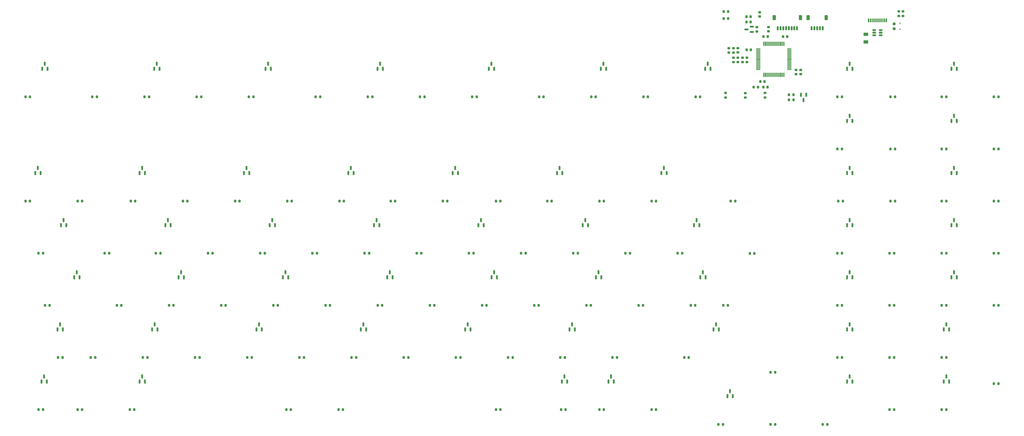
<source format=gbp>
G04 #@! TF.GenerationSoftware,KiCad,Pcbnew,(6.0.0)*
G04 #@! TF.CreationDate,2022-01-12T23:24:30+01:00*
G04 #@! TF.ProjectId,E80-1800-pcb-universal,4538302d-3138-4303-902d-7063622d756e,rev?*
G04 #@! TF.SameCoordinates,Original*
G04 #@! TF.FileFunction,Paste,Bot*
G04 #@! TF.FilePolarity,Positive*
%FSLAX46Y46*%
G04 Gerber Fmt 4.6, Leading zero omitted, Abs format (unit mm)*
G04 Created by KiCad (PCBNEW (6.0.0)) date 2022-01-12 23:24:30*
%MOMM*%
%LPD*%
G01*
G04 APERTURE LIST*
G04 Aperture macros list*
%AMRoundRect*
0 Rectangle with rounded corners*
0 $1 Rounding radius*
0 $2 $3 $4 $5 $6 $7 $8 $9 X,Y pos of 4 corners*
0 Add a 4 corners polygon primitive as box body*
4,1,4,$2,$3,$4,$5,$6,$7,$8,$9,$2,$3,0*
0 Add four circle primitives for the rounded corners*
1,1,$1+$1,$2,$3*
1,1,$1+$1,$4,$5*
1,1,$1+$1,$6,$7*
1,1,$1+$1,$8,$9*
0 Add four rect primitives between the rounded corners*
20,1,$1+$1,$2,$3,$4,$5,0*
20,1,$1+$1,$4,$5,$6,$7,0*
20,1,$1+$1,$6,$7,$8,$9,0*
20,1,$1+$1,$8,$9,$2,$3,0*%
G04 Aperture macros list end*
%ADD10RoundRect,0.150000X0.500000X0.150000X-0.500000X0.150000X-0.500000X-0.150000X0.500000X-0.150000X0*%
%ADD11RoundRect,0.200000X0.200000X0.275000X-0.200000X0.275000X-0.200000X-0.275000X0.200000X-0.275000X0*%
%ADD12RoundRect,0.200000X-0.275000X0.200000X-0.275000X-0.200000X0.275000X-0.200000X0.275000X0.200000X0*%
%ADD13RoundRect,0.200000X0.275000X-0.200000X0.275000X0.200000X-0.275000X0.200000X-0.275000X-0.200000X0*%
%ADD14RoundRect,0.200000X-0.200000X-0.275000X0.200000X-0.275000X0.200000X0.275000X-0.200000X0.275000X0*%
%ADD15RoundRect,0.225000X-0.250000X0.225000X-0.250000X-0.225000X0.250000X-0.225000X0.250000X0.225000X0*%
%ADD16RoundRect,0.225000X0.225000X0.250000X-0.225000X0.250000X-0.225000X-0.250000X0.225000X-0.250000X0*%
%ADD17RoundRect,0.225000X0.250000X-0.225000X0.250000X0.225000X-0.250000X0.225000X-0.250000X-0.225000X0*%
%ADD18RoundRect,0.225000X-0.225000X-0.250000X0.225000X-0.250000X0.225000X0.250000X-0.225000X0.250000X0*%
%ADD19RoundRect,0.150000X-0.150000X0.587500X-0.150000X-0.587500X0.150000X-0.587500X0.150000X0.587500X0*%
%ADD20RoundRect,0.150000X0.150000X-0.587500X0.150000X0.587500X-0.150000X0.587500X-0.150000X-0.587500X0*%
%ADD21RoundRect,0.075000X-0.700000X-0.075000X0.700000X-0.075000X0.700000X0.075000X-0.700000X0.075000X0*%
%ADD22RoundRect,0.075000X-0.075000X-0.700000X0.075000X-0.700000X0.075000X0.700000X-0.075000X0.700000X0*%
%ADD23R,0.300000X1.450000*%
%ADD24R,0.600000X1.450000*%
%ADD25RoundRect,0.237500X0.237500X-0.287500X0.237500X0.287500X-0.237500X0.287500X-0.237500X-0.287500X0*%
%ADD26RoundRect,0.150000X0.587500X0.150000X-0.587500X0.150000X-0.587500X-0.150000X0.587500X-0.150000X0*%
%ADD27RoundRect,0.250000X0.625000X-0.375000X0.625000X0.375000X-0.625000X0.375000X-0.625000X-0.375000X0*%
%ADD28RoundRect,0.150000X-0.150000X-0.625000X0.150000X-0.625000X0.150000X0.625000X-0.150000X0.625000X0*%
%ADD29RoundRect,0.250000X-0.350000X-0.650000X0.350000X-0.650000X0.350000X0.650000X-0.350000X0.650000X0*%
%ADD30R,0.450000X0.600000*%
G04 APERTURE END LIST*
D10*
X315055890Y19367000D03*
X315055890Y18417000D03*
X315055890Y17467000D03*
X317355890Y17467000D03*
X317355890Y18417000D03*
X317355890Y19367000D03*
D11*
X102028550Y-119380320D03*
X100378550Y-119380320D03*
X121078630Y-119380320D03*
X119428630Y-119380320D03*
X341344200Y-119380480D03*
X339694200Y-119380480D03*
X322294120Y-119380480D03*
X320644120Y-119380480D03*
X297886335Y-124737913D03*
X296236335Y-124737913D03*
X278836255Y-124737913D03*
X277186255Y-124737913D03*
X259786175Y-124737913D03*
X258136175Y-124737913D03*
X235379110Y-119380320D03*
X233729110Y-119380320D03*
X216329030Y-119380320D03*
X214679030Y-119380320D03*
X202357100Y-119380320D03*
X200707100Y-119380320D03*
X178544500Y-119380320D03*
X176894500Y-119380320D03*
X44878310Y-119380320D03*
X43228310Y-119380320D03*
X25828230Y-119380320D03*
X24178230Y-119380320D03*
X11540670Y-119380320D03*
X9890670Y-119380320D03*
X360394280Y-109855440D03*
X358744280Y-109855440D03*
X341344200Y-100330400D03*
X339694200Y-100330400D03*
X322294120Y-100330400D03*
X320644120Y-100330400D03*
X303244040Y-100330400D03*
X301594040Y-100330400D03*
X278836255Y-105687833D03*
X277186255Y-105687833D03*
X247285410Y-100330240D03*
X245635410Y-100330240D03*
X221091550Y-100330240D03*
X219441550Y-100330240D03*
X202041470Y-100330240D03*
X200391470Y-100330240D03*
X182991390Y-100330240D03*
X181341390Y-100330240D03*
X163941310Y-100330240D03*
X162291310Y-100330240D03*
X144891230Y-100330240D03*
X143241230Y-100330240D03*
X125841150Y-100330240D03*
X124191150Y-100330240D03*
X106791070Y-100330240D03*
X105141070Y-100330240D03*
X87740990Y-100330240D03*
X86090990Y-100330240D03*
X68690910Y-100330240D03*
X67040910Y-100330240D03*
X49640830Y-100330240D03*
X47990830Y-100330240D03*
X30590750Y-100330240D03*
X28940750Y-100330240D03*
X18684450Y-100330240D03*
X17034450Y-100330240D03*
X360394280Y-81280320D03*
X358744280Y-81280320D03*
X341344200Y-81280320D03*
X339694200Y-81280320D03*
X322294120Y-81280320D03*
X320644120Y-81280320D03*
X303244040Y-81280320D03*
X301594040Y-81280320D03*
X261572970Y-81280160D03*
X259922970Y-81280160D03*
X249666670Y-81280160D03*
X248016670Y-81280160D03*
X230616590Y-81280160D03*
X228966590Y-81280160D03*
X211566510Y-81280160D03*
X209916510Y-81280160D03*
X192516430Y-81280160D03*
X190866430Y-81280160D03*
X173466350Y-81280160D03*
X171816350Y-81280160D03*
X154416270Y-81280160D03*
X152766270Y-81280160D03*
X135366190Y-81280160D03*
X133716190Y-81280160D03*
X116316110Y-81280160D03*
X114666110Y-81280160D03*
X97266030Y-81280160D03*
X95616030Y-81280160D03*
X78215950Y-81280160D03*
X76565950Y-81280160D03*
X59165870Y-81280160D03*
X57515870Y-81280160D03*
X40115790Y-81280160D03*
X38465790Y-81280160D03*
X13921930Y-81280160D03*
X12271930Y-81280160D03*
X360394280Y-62230240D03*
X358744280Y-62230240D03*
X341344200Y-62230240D03*
X339694200Y-62230240D03*
X322294120Y-62230240D03*
X320644120Y-62230240D03*
X303244040Y-62230240D03*
X301594040Y-62230240D03*
X271246025Y-62253913D03*
X269596025Y-62253913D03*
X244904150Y-62230080D03*
X243254150Y-62230080D03*
X225854070Y-62230080D03*
X224204070Y-62230080D03*
X206803990Y-62230080D03*
X205153990Y-62230080D03*
X187753910Y-62230080D03*
X186103910Y-62230080D03*
X168703830Y-62230080D03*
X167053830Y-62230080D03*
X149653750Y-62230080D03*
X148003750Y-62230080D03*
X130603670Y-62230080D03*
X128953670Y-62230080D03*
X111553590Y-62230080D03*
X109903590Y-62230080D03*
X92503510Y-62230080D03*
X90853510Y-62230080D03*
X73453430Y-62230080D03*
X71803430Y-62230080D03*
X54403350Y-62230080D03*
X52753350Y-62230080D03*
X35668900Y-62230080D03*
X34018900Y-62230080D03*
X11540670Y-62230080D03*
X9890670Y-62230080D03*
X360394280Y-43180000D03*
X358744280Y-43180000D03*
X341344015Y-43180000D03*
X339694015Y-43180000D03*
X322609640Y-43180000D03*
X320959640Y-43180000D03*
X303559640Y-43180000D03*
X301909640Y-43180000D03*
X264268750Y-43180000D03*
X262618750Y-43180000D03*
X235378125Y-43180000D03*
X233728125Y-43180000D03*
X216328125Y-43180000D03*
X214678125Y-43180000D03*
X197278125Y-43180000D03*
X195628125Y-43180000D03*
X178543750Y-43180000D03*
X176893750Y-43180000D03*
X159178125Y-43180000D03*
X157528125Y-43180000D03*
X140128125Y-43180000D03*
X138478125Y-43180000D03*
X121393750Y-43180000D03*
X119743750Y-43180000D03*
X102343750Y-43180000D03*
X100693750Y-43180000D03*
X83293750Y-43180000D03*
X81643750Y-43180000D03*
X64243750Y-43180000D03*
X62593750Y-43180000D03*
X45193750Y-43180000D03*
X43543750Y-43180000D03*
X25828125Y-43180000D03*
X24178125Y-43180000D03*
X6778125Y-43180000D03*
X5128125Y-43180000D03*
X360394280Y-24129920D03*
X358744280Y-24129920D03*
X341344015Y-24130000D03*
X339694015Y-24130000D03*
X322609640Y-24130000D03*
X320959640Y-24130000D03*
X303244015Y-24130000D03*
X301594015Y-24130000D03*
X360394280Y-5079840D03*
X358744280Y-5079840D03*
X341344015Y-5080000D03*
X339694015Y-5080000D03*
X322609640Y-5080000D03*
X320959640Y-5080000D03*
X303244015Y-5080000D03*
X301594015Y-5080000D03*
X251451720Y-5080000D03*
X249801720Y-5080000D03*
X232401720Y-5080000D03*
X230751720Y-5080000D03*
X213351720Y-5080000D03*
X211701720Y-5080000D03*
X194301720Y-5080000D03*
X192651720Y-5080000D03*
X169893839Y-5080000D03*
X168243839Y-5080000D03*
X150843839Y-5080000D03*
X149193839Y-5080000D03*
X131793839Y-5080000D03*
X130143839Y-5080000D03*
X112743839Y-5080000D03*
X111093839Y-5080000D03*
X88335958Y-5080000D03*
X86685958Y-5080000D03*
X69285958Y-5080000D03*
X67635958Y-5080000D03*
X50235958Y-5080000D03*
X48585958Y-5080000D03*
X31185958Y-5080000D03*
X29535958Y-5080000D03*
X6778125Y-5080000D03*
X5128125Y-5080000D03*
D12*
X263596492Y12763000D03*
X263596492Y11113000D03*
D13*
X261945492Y11113000D03*
X261945492Y12763000D03*
X265247492Y7620500D03*
X265247492Y9270500D03*
D12*
X263596492Y9270500D03*
X263596492Y7620500D03*
D14*
X270990750Y-1536500D03*
X272640750Y-1536500D03*
D13*
X275159490Y-5295400D03*
X275159490Y-3645400D03*
X267945890Y-5319500D03*
X267945890Y-3669500D03*
X260732290Y-5295400D03*
X260732290Y-3645400D03*
X325555890Y26180000D03*
X325555890Y24530000D03*
X323955890Y24530000D03*
X323955890Y26180000D03*
D14*
X283884890Y-6159500D03*
X285534890Y-6159500D03*
X283884890Y-4265000D03*
X285534890Y-4265000D03*
D11*
X261710992Y26098500D03*
X260060992Y26098500D03*
X261710992Y23558500D03*
X260060992Y23558500D03*
D15*
X265247492Y12713000D03*
X265247492Y11163000D03*
X266898492Y9220500D03*
X266898492Y7670500D03*
D16*
X276090750Y-1536500D03*
X274540750Y-1536500D03*
D17*
X268549492Y7670500D03*
X268549492Y9220500D03*
D16*
X276125750Y16971500D03*
X274575750Y16971500D03*
X283262390Y16971500D03*
X281712390Y16971500D03*
D18*
X273439250Y571500D03*
X274989250Y571500D03*
D17*
X276407890Y20421140D03*
X276407890Y18871140D03*
D16*
X270015000Y12129008D03*
X268465000Y12129008D03*
D17*
X286448500Y3243008D03*
X286448500Y4793008D03*
X288168000Y3243008D03*
X288168000Y4793008D03*
X272200390Y18846500D03*
X272200390Y20396500D03*
D18*
X268355390Y22298500D03*
X269905390Y22298500D03*
D15*
X273152890Y25848500D03*
X273152890Y24298500D03*
D18*
X269903890Y24198500D03*
X268353890Y24198500D03*
D19*
X288282750Y-4327500D03*
X290182750Y-4327500D03*
X289232750Y-6202500D03*
D20*
X342326000Y-109141500D03*
X340426000Y-109141500D03*
X341376000Y-107266500D03*
X307020000Y-109141500D03*
X305120000Y-109141500D03*
X306070000Y-107266500D03*
X263332000Y-114475500D03*
X261432000Y-114475500D03*
X262382000Y-112600500D03*
X219898000Y-109141500D03*
X217998000Y-109141500D03*
X218948000Y-107266500D03*
X202880000Y-109141500D03*
X200980000Y-109141500D03*
X201930000Y-107266500D03*
X48702000Y-109141500D03*
X46802000Y-109141500D03*
X47752000Y-107266500D03*
X12888000Y-109141500D03*
X10988000Y-109141500D03*
X11938000Y-107266500D03*
X342326000Y-90091500D03*
X340426000Y-90091500D03*
X341376000Y-88216500D03*
X307020000Y-90091500D03*
X305120000Y-90091500D03*
X306070000Y-88216500D03*
X258252000Y-90091500D03*
X256352000Y-90091500D03*
X257302000Y-88216500D03*
X205674000Y-90091500D03*
X203774000Y-90091500D03*
X204724000Y-88216500D03*
X167574000Y-90091500D03*
X165674000Y-90091500D03*
X166624000Y-88216500D03*
X129474000Y-90091500D03*
X127574000Y-90091500D03*
X128524000Y-88216500D03*
X91374000Y-90091500D03*
X89474000Y-90091500D03*
X90424000Y-88216500D03*
X53274000Y-90091500D03*
X51374000Y-90091500D03*
X52324000Y-88216500D03*
X18730000Y-90091500D03*
X16830000Y-90091500D03*
X17780000Y-88216500D03*
X345120000Y-71041500D03*
X343220000Y-71041500D03*
X344170000Y-69166500D03*
X307020000Y-71041500D03*
X305120000Y-71041500D03*
X306070000Y-69166500D03*
X253426000Y-71041500D03*
X251526000Y-71041500D03*
X252476000Y-69166500D03*
X215326000Y-71041500D03*
X213426000Y-71041500D03*
X214376000Y-69166500D03*
X177226000Y-71041500D03*
X175326000Y-71041500D03*
X176276000Y-69166500D03*
X139126000Y-71041500D03*
X137226000Y-71041500D03*
X138176000Y-69166500D03*
X101026000Y-71041500D03*
X99126000Y-71041500D03*
X100076000Y-69166500D03*
X62926000Y-71041500D03*
X61026000Y-71041500D03*
X61976000Y-69166500D03*
X24826000Y-71041500D03*
X22926000Y-71041500D03*
X23876000Y-69166500D03*
X345120000Y-51991500D03*
X343220000Y-51991500D03*
X344170000Y-50116500D03*
X307020000Y-51991500D03*
X305120000Y-51991500D03*
X306070000Y-50116500D03*
X251140000Y-51991500D03*
X249240000Y-51991500D03*
X250190000Y-50116500D03*
X210500000Y-51991500D03*
X208600000Y-51991500D03*
X209550000Y-50116500D03*
X172400000Y-51991500D03*
X170500000Y-51991500D03*
X171450000Y-50116500D03*
X134300000Y-51991500D03*
X132400000Y-51991500D03*
X133350000Y-50116500D03*
X96200000Y-51991500D03*
X94300000Y-51991500D03*
X95250000Y-50116500D03*
X58100000Y-51991500D03*
X56200000Y-51991500D03*
X57150000Y-50116500D03*
X20000000Y-51991500D03*
X18100000Y-51991500D03*
X19050000Y-50116500D03*
X345120000Y-32941500D03*
X343220000Y-32941500D03*
X344170000Y-31066500D03*
X307020000Y-32941500D03*
X305120000Y-32941500D03*
X306070000Y-31066500D03*
X239202000Y-32941500D03*
X237302000Y-32941500D03*
X238252000Y-31066500D03*
X201102000Y-32941500D03*
X199202000Y-32941500D03*
X200152000Y-31066500D03*
X163002000Y-32941500D03*
X161102000Y-32941500D03*
X162052000Y-31066500D03*
X124902000Y-32941500D03*
X123002000Y-32941500D03*
X123952000Y-31066500D03*
X86802000Y-32941500D03*
X84902000Y-32941500D03*
X85852000Y-31066500D03*
X48702000Y-32941500D03*
X46802000Y-32941500D03*
X47752000Y-31066500D03*
X10602000Y-32941500D03*
X8702000Y-32941500D03*
X9652000Y-31066500D03*
X345120000Y-13891500D03*
X343220000Y-13891500D03*
X344170000Y-12016500D03*
X307020000Y-13891500D03*
X305120000Y-13891500D03*
X306070000Y-12016500D03*
X345120000Y5158500D03*
X343220000Y5158500D03*
X344170000Y7033500D03*
X307020000Y5158500D03*
X305120000Y5158500D03*
X306070000Y7033500D03*
X255204000Y5158500D03*
X253304000Y5158500D03*
X254254000Y7033500D03*
X217104000Y5158500D03*
X215204000Y5158500D03*
X216154000Y7033500D03*
X176210000Y5158500D03*
X174310000Y5158500D03*
X175260000Y7033500D03*
X135570000Y5158500D03*
X133670000Y5158500D03*
X134620000Y7033500D03*
X94676000Y5158500D03*
X92776000Y5158500D03*
X93726000Y7033500D03*
X54036000Y5158500D03*
X52136000Y5158500D03*
X53086000Y7033500D03*
X13142000Y5158500D03*
X11242000Y5158500D03*
X12192000Y7033500D03*
D21*
X272677250Y4949500D03*
X272677250Y5449500D03*
X272677250Y5949500D03*
X272677250Y6449500D03*
X272677250Y6949500D03*
X272677250Y7449500D03*
X272677250Y7949500D03*
X272677250Y8449500D03*
X272677250Y8949500D03*
X272677250Y9449500D03*
X272677250Y9949500D03*
X272677250Y10449500D03*
X272677250Y10949500D03*
X272677250Y11449500D03*
X272677250Y11949500D03*
X272677250Y12449500D03*
D22*
X274602250Y14374500D03*
X275102250Y14374500D03*
X275602250Y14374500D03*
X276102250Y14374500D03*
X276602250Y14374500D03*
X277102250Y14374500D03*
X277602250Y14374500D03*
X278102250Y14374500D03*
X278602250Y14374500D03*
X279102250Y14374500D03*
X279602250Y14374500D03*
X280102250Y14374500D03*
X280602250Y14374500D03*
X281102250Y14374500D03*
X281602250Y14374500D03*
X282102250Y14374500D03*
D21*
X284027250Y12449500D03*
X284027250Y11949500D03*
X284027250Y11449500D03*
X284027250Y10949500D03*
X284027250Y10449500D03*
X284027250Y9949500D03*
X284027250Y9449500D03*
X284027250Y8949500D03*
X284027250Y8449500D03*
X284027250Y7949500D03*
X284027250Y7449500D03*
X284027250Y6949500D03*
X284027250Y6449500D03*
X284027250Y5949500D03*
X284027250Y5449500D03*
X284027250Y4949500D03*
D22*
X282102250Y3024500D03*
X281602250Y3024500D03*
X281102250Y3024500D03*
X280602250Y3024500D03*
X280102250Y3024500D03*
X279602250Y3024500D03*
X279102250Y3024500D03*
X278602250Y3024500D03*
X278102250Y3024500D03*
X277602250Y3024500D03*
X277102250Y3024500D03*
X276602250Y3024500D03*
X276102250Y3024500D03*
X275602250Y3024500D03*
X275102250Y3024500D03*
X274602250Y3024500D03*
D23*
X315955890Y22855000D03*
X317955890Y22855000D03*
X317455890Y22855000D03*
X316955890Y22855000D03*
X316455890Y22855000D03*
X315455890Y22855000D03*
X314955890Y22855000D03*
X314455890Y22855000D03*
D24*
X319455890Y22855000D03*
X318655890Y22855000D03*
X313755890Y22855000D03*
X312955890Y22855000D03*
X312955890Y22855000D03*
X313755890Y22855000D03*
X318655890Y22855000D03*
X319455890Y22855000D03*
D25*
X322301890Y19873500D03*
X322301890Y21623500D03*
D26*
X270280390Y20563860D03*
X270280390Y18663860D03*
X268405390Y19613860D03*
D27*
X311951390Y14983000D03*
X311951390Y17783000D03*
D28*
X292185992Y20000000D03*
X293185992Y20000000D03*
X294185992Y20000000D03*
X295185992Y20000000D03*
X296185992Y20000000D03*
D29*
X290885992Y23875000D03*
X297485992Y23875000D03*
D28*
X279837000Y20000000D03*
X280837000Y20000000D03*
X281837000Y20000000D03*
X282837000Y20000000D03*
X283837000Y20000000D03*
X284837000Y20000000D03*
X285837000Y20000000D03*
X286837000Y20000000D03*
D29*
X278537000Y23875000D03*
X288137000Y23875000D03*
D30*
X324391390Y21798500D03*
X324391390Y19698500D03*
M02*

</source>
